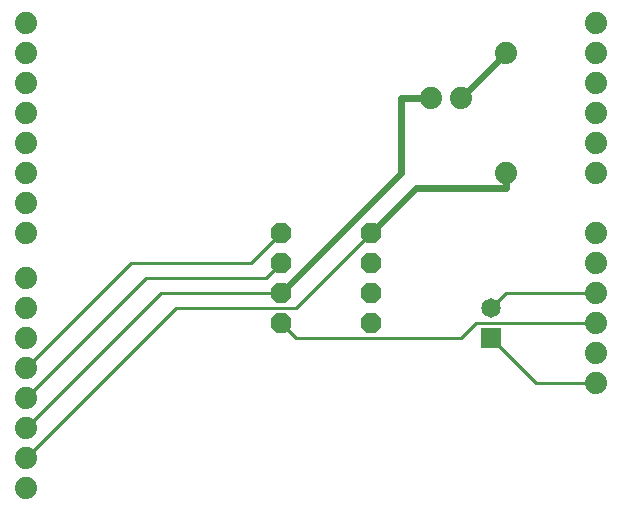
<source format=gbl>
G75*
G70*
%OFA0B0*%
%FSLAX24Y24*%
%IPPOS*%
%LPD*%
%AMOC8*
5,1,8,0,0,1.08239X$1,22.5*
%
%ADD10C,0.0740*%
%ADD11OC8,0.0680*%
%ADD12R,0.0650X0.0650*%
%ADD13C,0.0650*%
%ADD14C,0.0100*%
%ADD15C,0.0240*%
D10*
X001508Y012262D03*
X001508Y013262D03*
X001508Y014262D03*
X001508Y015262D03*
X001508Y016262D03*
X001508Y017262D03*
X001508Y018262D03*
X001508Y019262D03*
X001508Y020762D03*
X001508Y021762D03*
X001508Y022762D03*
X001508Y023762D03*
X001508Y024762D03*
X001508Y025762D03*
X001508Y026762D03*
X001508Y027762D03*
X015008Y025262D03*
X016008Y025262D03*
X017508Y026762D03*
X017508Y022762D03*
X020508Y022762D03*
X020508Y023762D03*
X020508Y024762D03*
X020508Y025762D03*
X020508Y026762D03*
X020508Y027762D03*
X020508Y020762D03*
X020508Y019762D03*
X020508Y018762D03*
X020508Y017762D03*
X020508Y016762D03*
X020508Y015762D03*
D11*
X013008Y017762D03*
X013008Y018762D03*
X013008Y019762D03*
X013008Y020762D03*
X010008Y020762D03*
X010008Y019762D03*
X010008Y018762D03*
X010008Y017762D03*
D12*
X017008Y017262D03*
D13*
X017008Y018262D03*
D14*
X017508Y018762D01*
X020508Y018762D01*
X020508Y017762D02*
X016508Y017762D01*
X016008Y017262D01*
X010508Y017262D01*
X010008Y017762D01*
X010508Y018262D02*
X006508Y018262D01*
X001508Y013262D01*
X001508Y014262D02*
X006008Y018762D01*
X010008Y018762D01*
X010508Y018262D02*
X013008Y020762D01*
X010008Y020762D02*
X009008Y019762D01*
X005008Y019762D01*
X001508Y016262D01*
X001508Y015262D02*
X005508Y019262D01*
X009508Y019262D01*
X010008Y019762D01*
X017008Y017262D02*
X018508Y015762D01*
X020508Y015762D01*
D15*
X017508Y022262D02*
X017508Y022762D01*
X017508Y022262D02*
X014508Y022262D01*
X013008Y020762D01*
X014008Y022762D02*
X014008Y025262D01*
X015008Y025262D01*
X016008Y025262D02*
X017508Y026762D01*
X014008Y022762D02*
X010008Y018762D01*
M02*

</source>
